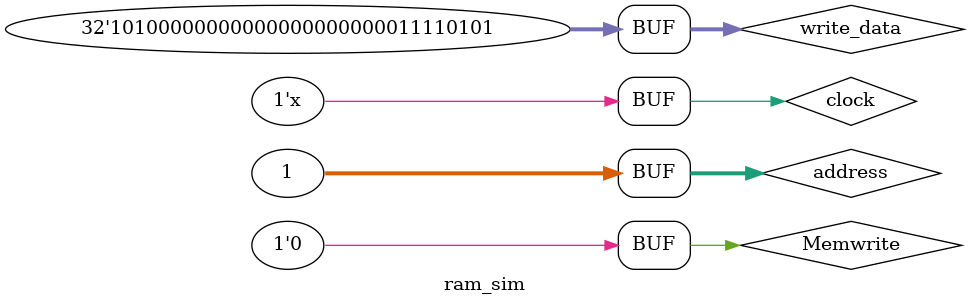
<source format=v>

`timescale 1ns / 1ps
module ram_sim( );
    // input
    reg[31:0] address = 32'h00000010; //À´×ÔÖ´ÐÐµ¥ÔªËã³öµÄ alu_result
    reg[31:0] write_data = 32'ha0000000; //À´×ÔÒëÂëµ¥ÔªµÄ read_data2
    reg Memwrite = 1'b0; //À´×Ô¿ØÖÆµ¥Ôª
    reg clock = 1'b0; 
    // output
    wire[31:0] read_data;

    dmemory32 Uram(read_data,address,write_data,Memwrite,clock);

    initial begin
    #250 begin write_data = 32'hA00000F5;Memwrite = 1'b1; address = 32'hA00000F5; end
    #300 Memwrite = 1'b0;
    #200 begin write_data = 32'hA00002F5;Memwrite = 1'b1; address = 32'hA00002F5; end
    #200 Memwrite = 1'b0;
    #200 begin write_data = 32'hA02023F5;Memwrite = 1'b0; address = 32'hA00000F5; end
    #200 Memwrite = 1'b0;
    #200 begin address = 32'hA00002F5; end
    #200 begin address = 32'hA00002F5; end
    
    #200 begin write_data = 32'hA02000F5;Memwrite = 1'b1; address = 32'b1; end
    #200 Memwrite = 1'b0;
    #200 begin write_data = 32'hA00000F5;Memwrite = 1'b0; address = 32'b1; end
    #200 Memwrite = 1'b0;
    end
    always #50 clock = ~clock; 
endmodule
</source>
